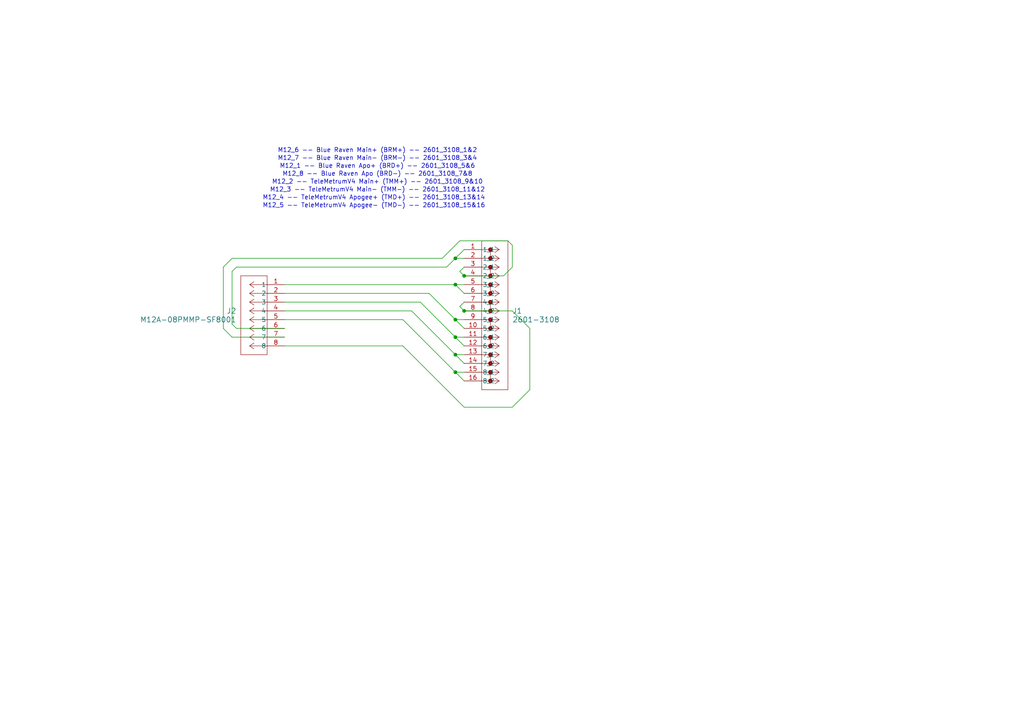
<source format=kicad_sch>
(kicad_sch (version 20250114) (generator "eeschema") (generator_version "9.0")
  (paper "A4")
  (lib_symbols
    (symbol "2025-10-10_20-46-08:M12A-08PMMP-SF8001" (pin_names (offset 0.254))
      (property "Reference" "J" (at 8.89 6.35 0))
      (property "Value" "M12A-08PMMP-SF8001" (at 0 0 0))
      (symbol "M12A-08PMMP-SF8001_1_1"
        (polyline (pts (xy 5.08 2.54) (xy 5.08 -20.32)) (stroke (width 0.127)))
        (polyline (pts (xy 5.08 -20.32) (xy 12.7 -20.32)) (stroke (width 0.127)))
        (polyline (pts (xy 10.16 0) (xy 5.08 0)) (stroke (width 0.127)))
        (polyline (pts (xy 10.16 0) (xy 8.89 0.8467)) (stroke (width 0.127)))
        (polyline (pts (xy 10.16 0) (xy 8.89 -0.8467)) (stroke (width 0.127)))
        (polyline (pts (xy 10.16 -2.54) (xy 5.08 -2.54)) (stroke (width 0.127)))
        (polyline (pts (xy 10.16 -2.54) (xy 8.89 -1.6933)) (stroke (width 0.127)))
        (polyline (pts (xy 10.16 -2.54) (xy 8.89 -3.3867)) (stroke (width 0.127)))
        (polyline (pts (xy 10.16 -5.08) (xy 5.08 -5.08)) (stroke (width 0.127)))
        (polyline (pts (xy 10.16 -5.08) (xy 8.89 -4.2333)) (stroke (width 0.127)))
        (polyline (pts (xy 10.16 -5.08) (xy 8.89 -5.9267)) (stroke (width 0.127)))
        (polyline (pts (xy 10.16 -7.62) (xy 5.08 -7.62)) (stroke (width 0.127)))
        (polyline (pts (xy 10.16 -7.62) (xy 8.89 -6.7733)) (stroke (width 0.127)))
        (polyline (pts (xy 10.16 -7.62) (xy 8.89 -8.4667)) (stroke (width 0.127)))
        (polyline (pts (xy 10.16 -10.16) (xy 5.08 -10.16)) (stroke (width 0.127)))
        (polyline (pts (xy 10.16 -10.16) (xy 8.89 -9.3133)) (stroke (width 0.127)))
        (polyline (pts (xy 10.16 -10.16) (xy 8.89 -11.0067)) (stroke (width 0.127)))
        (polyline (pts (xy 10.16 -12.7) (xy 5.08 -12.7)) (stroke (width 0.127)))
        (polyline (pts (xy 10.16 -12.7) (xy 8.89 -11.8533)) (stroke (width 0.127)))
        (polyline (pts (xy 10.16 -12.7) (xy 8.89 -13.5467)) (stroke (width 0.127)))
        (polyline (pts (xy 10.16 -15.24) (xy 5.08 -15.24)) (stroke (width 0.127)))
        (polyline (pts (xy 10.16 -15.24) (xy 8.89 -14.3933)) (stroke (width 0.127)))
        (polyline (pts (xy 10.16 -15.24) (xy 8.89 -16.0867)) (stroke (width 0.127)))
        (polyline (pts (xy 10.16 -17.78) (xy 5.08 -17.78)) (stroke (width 0.127)))
        (polyline (pts (xy 10.16 -17.78) (xy 8.89 -16.9333)) (stroke (width 0.127)))
        (polyline (pts (xy 10.16 -17.78) (xy 8.89 -18.6267)) (stroke (width 0.127)))
        (polyline (pts (xy 12.7 2.54) (xy 5.08 2.54)) (stroke (width 0.127)))
        (polyline (pts (xy 12.7 -20.32) (xy 12.7 2.54)) (stroke (width 0.127)))
        (pin unspecified line (at 0 0 0) (length 5.08) (name "1") (number "1"))
        (pin unspecified line (at 0 -2.54 0) (length 5.08) (name "2") (number "2"))
        (pin unspecified line (at 0 -5.08 0) (length 5.08) (name "3") (number "3"))
        (pin unspecified line (at 0 -7.62 0) (length 5.08) (name "4") (number "4"))
        (pin unspecified line (at 0 -10.16 0) (length 5.08) (name "5") (number "5"))
        (pin unspecified line (at 0 -12.7 0) (length 5.08) (name "6") (number "6"))
        (pin unspecified line (at 0 -15.24 0) (length 5.08) (name "7") (number "7"))
        (pin unspecified line (at 0 -17.78 0) (length 5.08) (name "8") (number "8"))
      )
      (symbol "M12A-08PMMP-SF8001_1_2"
        (polyline (pts (xy 5.08 2.54) (xy 5.08 -20.32)) (stroke (width 0.127)))
        (polyline (pts (xy 5.08 -20.32) (xy 12.7 -20.32)) (stroke (width 0.127)))
        (polyline (pts (xy 7.62 0) (xy 5.08 0)) (stroke (width 0.127)))
        (polyline (pts (xy 7.62 0) (xy 8.89 0.8467)) (stroke (width 0.127)))
        (polyline (pts (xy 7.62 0) (xy 8.89 -0.8467)) (stroke (width 0.127)))
        (polyline (pts (xy 7.62 -2.54) (xy 5.08 -2.54)) (stroke (width 0.127)))
        (polyline (pts (xy 7.62 -2.54) (xy 8.89 -1.6933)) (stroke (width 0.127)))
        (polyline (pts (xy 7.62 -2.54) (xy 8.89 -3.3867)) (stroke (width 0.127)))
        (polyline (pts (xy 7.62 -5.08) (xy 5.08 -5.08)) (stroke (width 0.127)))
        (polyline (pts (xy 7.62 -5.08) (xy 8.89 -4.2333)) (stroke (width 0.127)))
        (polyline (pts (xy 7.62 -5.08) (xy 8.89 -5.9267)) (stroke (width 0.127)))
        (polyline (pts (xy 7.62 -7.62) (xy 5.08 -7.62)) (stroke (width 0.127)))
        (polyline (pts (xy 7.62 -7.62) (xy 8.89 -6.7733)) (stroke (width 0.127)))
        (polyline (pts (xy 7.62 -7.62) (xy 8.89 -8.4667)) (stroke (width 0.127)))
        (polyline (pts (xy 7.62 -10.16) (xy 5.08 -10.16)) (stroke (width 0.127)))
        (polyline (pts (xy 7.62 -10.16) (xy 8.89 -9.3133)) (stroke (width 0.127)))
        (polyline (pts (xy 7.62 -10.16) (xy 8.89 -11.0067)) (stroke (width 0.127)))
        (polyline (pts (xy 7.62 -12.7) (xy 5.08 -12.7)) (stroke (width 0.127)))
        (polyline (pts (xy 7.62 -12.7) (xy 8.89 -11.8533)) (stroke (width 0.127)))
        (polyline (pts (xy 7.62 -12.7) (xy 8.89 -13.5467)) (stroke (width 0.127)))
        (polyline (pts (xy 7.62 -15.24) (xy 5.08 -15.24)) (stroke (width 0.127)))
        (polyline (pts (xy 7.62 -15.24) (xy 8.89 -14.3933)) (stroke (width 0.127)))
        (polyline (pts (xy 7.62 -15.24) (xy 8.89 -16.0867)) (stroke (width 0.127)))
        (polyline (pts (xy 7.62 -17.78) (xy 5.08 -17.78)) (stroke (width 0.127)))
        (polyline (pts (xy 7.62 -17.78) (xy 8.89 -16.9333)) (stroke (width 0.127)))
        (polyline (pts (xy 7.62 -17.78) (xy 8.89 -18.6267)) (stroke (width 0.127)))
        (polyline (pts (xy 12.7 2.54) (xy 5.08 2.54)) (stroke (width 0.127)))
        (polyline (pts (xy 12.7 -20.32) (xy 12.7 2.54)) (stroke (width 0.127)))
        (pin unspecified line (at 0 0 0) (length 5.08) (name "1") (number "1"))
        (pin unspecified line (at 0 -2.54 0) (length 5.08) (name "2") (number "2"))
        (pin unspecified line (at 0 -5.08 0) (length 5.08) (name "3") (number "3"))
        (pin unspecified line (at 0 -7.62 0) (length 5.08) (name "4") (number "4"))
        (pin unspecified line (at 0 -10.16 0) (length 5.08) (name "5") (number "5"))
        (pin unspecified line (at 0 -12.7 0) (length 5.08) (name "6") (number "6"))
        (pin unspecified line (at 0 -15.24 0) (length 5.08) (name "7") (number "7"))
        (pin unspecified line (at 0 -17.78 0) (length 5.08) (name "8") (number "8"))
      )
    )
    (symbol "2025-10-10_20-57-26:2601-3108" (pin_names (offset 0.254))
      (property "Reference" "J" (at 8.89 6.35 0))
      (property "Value" "2601-3108" (at 0 0 0))
      (symbol "2601-3108_1_1"
        (polyline (pts (xy 5.08 2.54) (xy 5.08 -40.64)) (stroke (width 0.127)))
        (polyline (pts (xy 5.08 -40.64) (xy 12.7 -40.64)) (stroke (width 0.127)))
        (polyline (pts (xy 7.62 0) (xy 7.62 -2.54)) (stroke (width 0.127)))
        (circle (center 7.62 0) (radius 0.127) (stroke (width 0.508)))
        (circle (center 7.62 -2.54) (radius 0.127) (stroke (width 0.508)))
        (polyline (pts (xy 7.62 -5.08) (xy 7.62 -7.62)) (stroke (width 0.127)))
        (circle (center 7.62 -5.08) (radius 0.127) (stroke (width 0.508)))
        (circle (center 7.62 -7.62) (radius 0.127) (stroke (width 0.508)))
        (polyline (pts (xy 7.62 -10.16) (xy 7.62 -12.7)) (stroke (width 0.127)))
        (circle (center 7.62 -10.16) (radius 0.127) (stroke (width 0.508)))
        (circle (center 7.62 -12.7) (radius 0.127) (stroke (width 0.508)))
        (polyline (pts (xy 7.62 -15.24) (xy 7.62 -17.78)) (stroke (width 0.127)))
        (circle (center 7.62 -15.24) (radius 0.127) (stroke (width 0.508)))
        (circle (center 7.62 -17.78) (radius 0.127) (stroke (width 0.508)))
        (polyline (pts (xy 7.62 -20.32) (xy 7.62 -22.86)) (stroke (width 0.127)))
        (circle (center 7.62 -20.32) (radius 0.127) (stroke (width 0.508)))
        (circle (center 7.62 -22.86) (radius 0.127) (stroke (width 0.508)))
        (polyline (pts (xy 7.62 -25.4) (xy 7.62 -27.94)) (stroke (width 0.127)))
        (circle (center 7.62 -25.4) (radius 0.127) (stroke (width 0.508)))
        (circle (center 7.62 -27.94) (radius 0.127) (stroke (width 0.508)))
        (polyline (pts (xy 7.62 -30.48) (xy 7.62 -33.02)) (stroke (width 0.127)))
        (circle (center 7.62 -30.48) (radius 0.127) (stroke (width 0.508)))
        (circle (center 7.62 -33.02) (radius 0.127) (stroke (width 0.508)))
        (polyline (pts (xy 7.62 -35.56) (xy 7.62 -38.1)) (stroke (width 0.127)))
        (circle (center 7.62 -35.56) (radius 0.127) (stroke (width 0.508)))
        (circle (center 7.62 -38.1) (radius 0.127) (stroke (width 0.508)))
        (polyline (pts (xy 10.16 0) (xy 5.08 0)) (stroke (width 0.127)))
        (polyline (pts (xy 10.16 0) (xy 8.89 0.8467)) (stroke (width 0.127)))
        (polyline (pts (xy 10.16 0) (xy 8.89 -0.8467)) (stroke (width 0.127)))
        (polyline (pts (xy 10.16 -2.54) (xy 5.08 -2.54)) (stroke (width 0.127)))
        (polyline (pts (xy 10.16 -2.54) (xy 8.89 -1.6933)) (stroke (width 0.127)))
        (polyline (pts (xy 10.16 -2.54) (xy 8.89 -3.3867)) (stroke (width 0.127)))
        (polyline (pts (xy 10.16 -5.08) (xy 5.08 -5.08)) (stroke (width 0.127)))
        (polyline (pts (xy 10.16 -5.08) (xy 8.89 -4.2333)) (stroke (width 0.127)))
        (polyline (pts (xy 10.16 -5.08) (xy 8.89 -5.9267)) (stroke (width 0.127)))
        (polyline (pts (xy 10.16 -7.62) (xy 5.08 -7.62)) (stroke (width 0.127)))
        (polyline (pts (xy 10.16 -7.62) (xy 8.89 -6.7733)) (stroke (width 0.127)))
        (polyline (pts (xy 10.16 -7.62) (xy 8.89 -8.4667)) (stroke (width 0.127)))
        (polyline (pts (xy 10.16 -10.16) (xy 5.08 -10.16)) (stroke (width 0.127)))
        (polyline (pts (xy 10.16 -10.16) (xy 8.89 -9.3133)) (stroke (width 0.127)))
        (polyline (pts (xy 10.16 -10.16) (xy 8.89 -11.0067)) (stroke (width 0.127)))
        (polyline (pts (xy 10.16 -12.7) (xy 5.08 -12.7)) (stroke (width 0.127)))
        (polyline (pts (xy 10.16 -12.7) (xy 8.89 -11.8533)) (stroke (width 0.127)))
        (polyline (pts (xy 10.16 -12.7) (xy 8.89 -13.5467)) (stroke (width 0.127)))
        (polyline (pts (xy 10.16 -15.24) (xy 5.08 -15.24)) (stroke (width 0.127)))
        (polyline (pts (xy 10.16 -15.24) (xy 8.89 -14.3933)) (stroke (width 0.127)))
        (polyline (pts (xy 10.16 -15.24) (xy 8.89 -16.0867)) (stroke (width 0.127)))
        (polyline (pts (xy 10.16 -17.78) (xy 5.08 -17.78)) (stroke (width 0.127)))
        (polyline (pts (xy 10.16 -17.78) (xy 8.89 -16.9333)) (stroke (width 0.127)))
        (polyline (pts (xy 10.16 -17.78) (xy 8.89 -18.6267)) (stroke (width 0.127)))
        (polyline (pts (xy 10.16 -20.32) (xy 5.08 -20.32)) (stroke (width 0.127)))
        (polyline (pts (xy 10.16 -20.32) (xy 8.89 -19.4733)) (stroke (width 0.127)))
        (polyline (pts (xy 10.16 -20.32) (xy 8.89 -21.1667)) (stroke (width 0.127)))
        (polyline (pts (xy 10.16 -22.86) (xy 5.08 -22.86)) (stroke (width 0.127)))
        (polyline (pts (xy 10.16 -22.86) (xy 8.89 -22.0133)) (stroke (width 0.127)))
        (polyline (pts (xy 10.16 -22.86) (xy 8.89 -23.7067)) (stroke (width 0.127)))
        (polyline (pts (xy 10.16 -25.4) (xy 5.08 -25.4)) (stroke (width 0.127)))
        (polyline (pts (xy 10.16 -25.4) (xy 8.89 -24.5533)) (stroke (width 0.127)))
        (polyline (pts (xy 10.16 -25.4) (xy 8.89 -26.2467)) (stroke (width 0.127)))
        (polyline (pts (xy 10.16 -27.94) (xy 5.08 -27.94)) (stroke (width 0.127)))
        (polyline (pts (xy 10.16 -27.94) (xy 8.89 -27.0933)) (stroke (width 0.127)))
        (polyline (pts (xy 10.16 -27.94) (xy 8.89 -28.7867)) (stroke (width 0.127)))
        (polyline (pts (xy 10.16 -30.48) (xy 5.08 -30.48)) (stroke (width 0.127)))
        (polyline (pts (xy 10.16 -30.48) (xy 8.89 -29.6333)) (stroke (width 0.127)))
        (polyline (pts (xy 10.16 -30.48) (xy 8.89 -31.3267)) (stroke (width 0.127)))
        (polyline (pts (xy 10.16 -33.02) (xy 5.08 -33.02)) (stroke (width 0.127)))
        (polyline (pts (xy 10.16 -33.02) (xy 8.89 -32.1733)) (stroke (width 0.127)))
        (polyline (pts (xy 10.16 -33.02) (xy 8.89 -33.8667)) (stroke (width 0.127)))
        (polyline (pts (xy 10.16 -35.56) (xy 5.08 -35.56)) (stroke (width 0.127)))
        (polyline (pts (xy 10.16 -35.56) (xy 8.89 -34.7133)) (stroke (width 0.127)))
        (polyline (pts (xy 10.16 -35.56) (xy 8.89 -36.4067)) (stroke (width 0.127)))
        (polyline (pts (xy 10.16 -38.1) (xy 5.08 -38.1)) (stroke (width 0.127)))
        (polyline (pts (xy 10.16 -38.1) (xy 8.89 -37.2533)) (stroke (width 0.127)))
        (polyline (pts (xy 10.16 -38.1) (xy 8.89 -38.9467)) (stroke (width 0.127)))
        (polyline (pts (xy 12.7 2.54) (xy 5.08 2.54)) (stroke (width 0.127)))
        (polyline (pts (xy 12.7 -40.64) (xy 12.7 2.54)) (stroke (width 0.127)))
        (pin unspecified line (at 0 0 0) (length 5.08) (name "1_1") (number "1"))
        (pin unspecified line (at 0 -2.54 0) (length 5.08) (name "1_2") (number "2"))
        (pin unspecified line (at 0 -5.08 0) (length 5.08) (name "2_1") (number "3"))
        (pin unspecified line (at 0 -7.62 0) (length 5.08) (name "2_2") (number "4"))
        (pin unspecified line (at 0 -10.16 0) (length 5.08) (name "3_1") (number "5"))
        (pin unspecified line (at 0 -12.7 0) (length 5.08) (name "3_2") (number "6"))
        (pin unspecified line (at 0 -15.24 0) (length 5.08) (name "4_1") (number "7"))
        (pin unspecified line (at 0 -17.78 0) (length 5.08) (name "4_2") (number "8"))
        (pin unspecified line (at 0 -20.32 0) (length 5.08) (name "5_1") (number "9"))
        (pin unspecified line (at 0 -22.86 0) (length 5.08) (name "5_2") (number "10"))
        (pin unspecified line (at 0 -25.4 0) (length 5.08) (name "6_1") (number "11"))
        (pin unspecified line (at 0 -27.94 0) (length 5.08) (name "6_2") (number "12"))
        (pin unspecified line (at 0 -30.48 0) (length 5.08) (name "7_1") (number "13"))
        (pin unspecified line (at 0 -33.02 0) (length 5.08) (name "7_2") (number "14"))
        (pin unspecified line (at 0 -35.56 0) (length 5.08) (name "8_1") (number "15"))
        (pin unspecified line (at 0 -38.1 0) (length 5.08) (name "8_2") (number "16"))
      )
      (symbol "2601-3108_1_2"
        (polyline (pts (xy 5.08 2.54) (xy 5.08 -40.64)) (stroke (width 0.127)))
        (polyline (pts (xy 5.08 -40.64) (xy 12.7 -40.64)) (stroke (width 0.127)))
        (polyline (pts (xy 7.62 0) (xy 7.62 -2.54)) (stroke (width 0.127)))
        (circle (center 7.62 0) (radius 0.127) (stroke (width 0.508)))
        (circle (center 7.62 -2.54) (radius 0.127) (stroke (width 0.508)))
        (polyline (pts (xy 7.62 -5.08) (xy 7.62 -7.62)) (stroke (width 0.127)))
        (circle (center 7.62 -5.08) (radius 0.127) (stroke (width 0.508)))
        (circle (center 7.62 -7.62) (radius 0.127) (stroke (width 0.508)))
        (polyline (pts (xy 7.62 -10.16) (xy 7.62 -12.7)) (stroke (width 0.127)))
        (circle (center 7.62 -10.16) (radius 0.127) (stroke (width 0.508)))
        (circle (center 7.62 -12.7) (radius 0.127) (stroke (width 0.508)))
        (polyline (pts (xy 7.62 -15.24) (xy 7.62 -17.78)) (stroke (width 0.127)))
        (circle (center 7.62 -15.24) (radius 0.127) (stroke (width 0.508)))
        (circle (center 7.62 -17.78) (radius 0.127) (stroke (width 0.508)))
        (polyline (pts (xy 7.62 -20.32) (xy 7.62 -22.86)) (stroke (width 0.127)))
        (circle (center 7.62 -20.32) (radius 0.127) (stroke (width 0.508)))
        (circle (center 7.62 -22.86) (radius 0.127) (stroke (width 0.508)))
        (polyline (pts (xy 7.62 -25.4) (xy 7.62 -27.94)) (stroke (width 0.127)))
        (circle (center 7.62 -25.4) (radius 0.127) (stroke (width 0.508)))
        (circle (center 7.62 -27.94) (radius 0.127) (stroke (width 0.508)))
        (polyline (pts (xy 7.62 -30.48) (xy 7.62 -33.02)) (stroke (width 0.127)))
        (circle (center 7.62 -30.48) (radius 0.127) (stroke (width 0.508)))
        (circle (center 7.62 -33.02) (radius 0.127) (stroke (width 0.508)))
        (polyline (pts (xy 7.62 -35.56) (xy 7.62 -38.1)) (stroke (width 0.127)))
        (circle (center 7.62 -35.56) (radius 0.127) (stroke (width 0.508)))
        (circle (center 7.62 -38.1) (radius 0.127) (stroke (width 0.508)))
        (polyline (pts (xy 10.16 0) (xy 5.08 0)) (stroke (width 0.127)))
        (polyline (pts (xy 10.16 0) (xy 8.89 0.8467)) (stroke (width 0.127)))
        (polyline (pts (xy 10.16 0) (xy 8.89 -0.8467)) (stroke (width 0.127)))
        (polyline (pts (xy 10.16 -2.54) (xy 5.08 -2.54)) (stroke (width 0.127)))
        (polyline (pts (xy 10.16 -2.54) (xy 8.89 -1.6933)) (stroke (width 0.127)))
        (polyline (pts (xy 10.16 -2.54) (xy 8.89 -3.3867)) (stroke (width 0.127)))
        (polyline (pts (xy 10.16 -5.08) (xy 5.08 -5.08)) (stroke (width 0.127)))
        (polyline (pts (xy 10.16 -5.08) (xy 8.89 -4.2333)) (stroke (width 0.127)))
        (polyline (pts (xy 10.16 -5.08) (xy 8.89 -5.9267)) (stroke (width 0.127)))
        (polyline (pts (xy 10.16 -7.62) (xy 5.08 -7.62)) (stroke (width 0.127)))
        (polyline (pts (xy 10.16 -7.62) (xy 8.89 -6.7733)) (stroke (width 0.127)))
        (polyline (pts (xy 10.16 -7.62) (xy 8.89 -8.4667)) (stroke (width 0.127)))
        (polyline (pts (xy 10.16 -10.16) (xy 5.08 -10.16)) (stroke (width 0.127)))
        (polyline (pts (xy 10.16 -10.16) (xy 8.89 -9.3133)) (stroke (width 0.127)))
        (polyline (pts (xy 10.16 -10.16) (xy 8.89 -11.0067)) (stroke (width 0.127)))
        (polyline (pts (xy 10.16 -12.7) (xy 5.08 -12.7)) (stroke (width 0.127)))
        (polyline (pts (xy 10.16 -12.7) (xy 8.89 -11.8533)) (stroke (width 0.127)))
        (polyline (pts (xy 10.16 -12.7) (xy 8.89 -13.5467)) (stroke (width 0.127)))
        (polyline (pts (xy 10.16 -15.24) (xy 5.08 -15.24)) (stroke (width 0.127)))
        (polyline (pts (xy 10.16 -15.24) (xy 8.89 -14.3933)) (stroke (width 0.127)))
        (polyline (pts (xy 10.16 -15.24) (xy 8.89 -16.0867)) (stroke (width 0.127)))
        (polyline (pts (xy 10.16 -17.78) (xy 5.08 -17.78)) (stroke (width 0.127)))
        (polyline (pts (xy 10.16 -17.78) (xy 8.89 -16.9333)) (stroke (width 0.127)))
        (polyline (pts (xy 10.16 -17.78) (xy 8.89 -18.6267)) (stroke (width 0.127)))
        (polyline (pts (xy 10.16 -20.32) (xy 5.08 -20.32)) (stroke (width 0.127)))
        (polyline (pts (xy 10.16 -20.32) (xy 8.89 -19.4733)) (stroke (width 0.127)))
        (polyline (pts (xy 10.16 -20.32) (xy 8.89 -21.1667)) (stroke (width 0.127)))
        (polyline (pts (xy 10.16 -22.86) (xy 5.08 -22.86)) (stroke (width 0.127)))
        (polyline (pts (xy 10.16 -22.86) (xy 8.89 -22.0133)) (stroke (width 0.127)))
        (polyline (pts (xy 10.16 -22.86) (xy 8.89 -23.7067)) (stroke (width 0.127)))
        (polyline (pts (xy 10.16 -25.4) (xy 5.08 -25.4)) (stroke (width 0.127)))
        (polyline (pts (xy 10.16 -25.4) (xy 8.89 -24.5533)) (stroke (width 0.127)))
        (polyline (pts (xy 10.16 -25.4) (xy 8.89 -26.2467)) (stroke (width 0.127)))
        (polyline (pts (xy 10.16 -27.94) (xy 5.08 -27.94)) (stroke (width 0.127)))
        (polyline (pts (xy 10.16 -27.94) (xy 8.89 -27.0933)) (stroke (width 0.127)))
        (polyline (pts (xy 10.16 -27.94) (xy 8.89 -28.7867)) (stroke (width 0.127)))
        (polyline (pts (xy 10.16 -30.48) (xy 5.08 -30.48)) (stroke (width 0.127)))
        (polyline (pts (xy 10.16 -30.48) (xy 8.89 -29.6333)) (stroke (width 0.127)))
        (polyline (pts (xy 10.16 -30.48) (xy 8.89 -31.3267)) (stroke (width 0.127)))
        (polyline (pts (xy 10.16 -33.02) (xy 5.08 -33.02)) (stroke (width 0.127)))
        (polyline (pts (xy 10.16 -33.02) (xy 8.89 -32.1733)) (stroke (width 0.127)))
        (polyline (pts (xy 10.16 -33.02) (xy 8.89 -33.8667)) (stroke (width 0.127)))
        (polyline (pts (xy 10.16 -35.56) (xy 5.08 -35.56)) (stroke (width 0.127)))
        (polyline (pts (xy 10.16 -35.56) (xy 8.89 -34.7133)) (stroke (width 0.127)))
        (polyline (pts (xy 10.16 -35.56) (xy 8.89 -36.4067)) (stroke (width 0.127)))
        (polyline (pts (xy 10.16 -38.1) (xy 5.08 -38.1)) (stroke (width 0.127)))
        (polyline (pts (xy 10.16 -38.1) (xy 8.89 -37.2533)) (stroke (width 0.127)))
        (polyline (pts (xy 10.16 -38.1) (xy 8.89 -38.9467)) (stroke (width 0.127)))
        (polyline (pts (xy 12.7 2.54) (xy 5.08 2.54)) (stroke (width 0.127)))
        (polyline (pts (xy 12.7 -40.64) (xy 12.7 2.54)) (stroke (width 0.127)))
        (pin unspecified line (at 0 0 0) (length 5.08) (name "1_1") (number "1"))
        (pin unspecified line (at 0 -2.54 0) (length 5.08) (name "1_2") (number "2"))
        (pin unspecified line (at 0 -5.08 0) (length 5.08) (name "2_1") (number "3"))
        (pin unspecified line (at 0 -7.62 0) (length 5.08) (name "2_2") (number "4"))
        (pin unspecified line (at 0 -10.16 0) (length 5.08) (name "3_1") (number "5"))
        (pin unspecified line (at 0 -12.7 0) (length 5.08) (name "3_2") (number "6"))
        (pin unspecified line (at 0 -15.24 0) (length 5.08) (name "4_1") (number "7"))
        (pin unspecified line (at 0 -17.78 0) (length 5.08) (name "4_2") (number "8"))
        (pin unspecified line (at 0 -20.32 0) (length 5.08) (name "5_1") (number "9"))
        (pin unspecified line (at 0 -22.86 0) (length 5.08) (name "5_2") (number "10"))
        (pin unspecified line (at 0 -25.4 0) (length 5.08) (name "6_1") (number "11"))
        (pin unspecified line (at 0 -27.94 0) (length 5.08) (name "6_2") (number "12"))
        (pin unspecified line (at 0 -30.48 0) (length 5.08) (name "7_1") (number "13"))
        (pin unspecified line (at 0 -33.02 0) (length 5.08) (name "7_2") (number "14"))
        (pin unspecified line (at 0 -35.56 0) (length 5.08) (name "8_1") (number "15"))
        (pin unspecified line (at 0 -38.1 0) (length 5.08) (name "8_2") (number "16"))
      )
    )
  )
  (text "M12_8 -- Blue Raven Apo (BRD-) -- 2601_3108_7&8" (at 109.474 50.546 0) (effects (font (size 1.27 1.27))))
  (text "M12_7 -- Blue Raven Main- (BRM-) -- 2601_3108_3&4\n" (at 109.474 45.974 0) (effects (font (size 1.27 1.27))))
  (text "M12_6 -- Blue Raven Main+ (BRM+) -- 2601_3108_1&2" (at 109.474 43.688 0) (effects (font (size 1.27 1.27))))
  (text "M12_3 -- TeleMetrumV4 Main- (TMM-) -- 2601_3108_11&12" (at 109.474 55.118 0) (effects (font (size 1.27 1.27))))
  (text "M12_5 -- TeleMetrumV4 Apogee- (TMD-) -- 2601_3108_15&16" (at 108.458 59.69 0) (effects (font (size 1.27 1.27))))
  (text "M12_1 -- Blue Raven Apo+ (BRD+) -- 2601_3108_5&6" (at 109.474 48.26 0) (effects (font (size 1.27 1.27))))
  (text "M12_2 -- TeleMetrumV4 Main+ (TMM+) -- 2601_3108_9&10" (at 109.474 52.832 0) (effects (font (size 1.27 1.27))))
  (text "M12_4 -- TeleMetrumV4 Apogee+ (TMD+) -- 2601_3108_13&14" (at 108.458 57.404 0) (effects (font (size 1.27 1.27))))
  (junction (at 132.08 82.55))
  (junction (at 132.08 102.87))
  (junction (at 132.08 74.93))
  (junction (at 134.62 80.01))
  (junction (at 132.08 92.71))
  (junction (at 134.62 90.17))
  (junction (at 132.08 97.79))
  (junction (at 132.08 107.95))
  (wire (pts (xy 129.54 77.47) (xy 132.08 74.93)))
  (wire (pts (xy 148.59 71.12) (xy 148.59 77.47)))
  (wire (pts (xy 134.62 80.01) (xy 146.05 80.01)))
  (wire (pts (xy 128.27 74.93) (xy 133.35 69.85)))
  (wire (pts (xy 82.55 97.79) (xy 67.31 97.79)))
  (wire (pts (xy 134.62 95.25) (xy 132.08 92.71)))
  (wire (pts (xy 132.08 82.55) (xy 134.62 82.55)))
  (wire (pts (xy 132.08 92.71) (xy 134.62 92.71)))
  (wire (pts (xy 82.55 87.63) (xy 121.92 87.63)))
  (wire (pts (xy 132.08 97.79) (xy 134.62 100.33)))
  (wire (pts (xy 153.67 113.03) (xy 153.67 95.25)))
  (wire (pts (xy 134.62 90.17) (xy 148.59 90.17)))
  (wire (pts (xy 68.58 77.47) (xy 129.54 77.47)))
  (wire (pts (xy 82.55 95.25) (xy 68.58 95.25)))
  (wire (pts (xy 147.32 69.85) (xy 148.59 71.12)))
  (wire (pts (xy 68.58 95.25) (xy 67.31 93.98)))
  (wire (pts (xy 132.08 107.95) (xy 134.62 107.95)))
  (wire (pts (xy 82.55 90.17) (xy 119.38 90.17)))
  (wire (pts (xy 133.35 78.74) (xy 134.62 80.01)))
  (wire (pts (xy 82.55 92.71) (xy 116.84 92.71)))
  (wire (pts (xy 124.46 85.09) (xy 132.08 92.71)))
  (wire (pts (xy 133.35 78.74) (xy 134.62 77.47)))
  (wire (pts (xy 67.31 97.79) (xy 64.77 95.25)))
  (wire (pts (xy 134.62 118.11) (xy 148.59 118.11)))
  (wire (pts (xy 132.08 107.95) (xy 134.62 110.49)))
  (wire (pts (xy 82.55 100.33) (xy 116.84 100.33)))
  (wire (pts (xy 67.31 78.74) (xy 68.58 77.47)))
  (wire (pts (xy 133.35 88.9) (xy 134.62 87.63)))
  (wire (pts (xy 132.08 102.87) (xy 134.62 102.87)))
  (wire (pts (xy 132.08 102.87) (xy 134.62 105.41)))
  (wire (pts (xy 64.77 77.47) (xy 67.31 74.93)))
  (wire (pts (xy 132.08 74.93) (xy 134.62 72.39)))
  (wire (pts (xy 82.55 85.09) (xy 124.46 85.09)))
  (wire (pts (xy 82.55 82.55) (xy 132.08 82.55)))
  (wire (pts (xy 134.62 85.09) (xy 132.08 82.55)))
  (wire (pts (xy 116.84 92.71) (xy 132.08 107.95)))
  (wire (pts (xy 148.59 118.11) (xy 153.67 113.03)))
  (wire (pts (xy 153.67 95.25) (xy 148.59 90.17)))
  (wire (pts (xy 148.59 77.47) (xy 146.05 80.01)))
  (wire (pts (xy 67.31 74.93) (xy 128.27 74.93)))
  (wire (pts (xy 67.31 93.98) (xy 67.31 78.74)))
  (wire (pts (xy 133.35 69.85) (xy 147.32 69.85)))
  (wire (pts (xy 132.08 97.79) (xy 134.62 97.79)))
  (wire (pts (xy 132.08 74.93) (xy 134.62 74.93)))
  (wire (pts (xy 121.92 87.63) (xy 132.08 97.79)))
  (wire (pts (xy 64.77 95.25) (xy 64.77 77.47)))
  (wire (pts (xy 119.38 90.17) (xy 132.08 102.87)))
  (wire (pts (xy 116.84 100.33) (xy 134.62 118.11)))
  (wire (pts (xy 133.35 88.9) (xy 134.62 90.17)))
  (symbol (lib_id "2025-10-10_20-46-08:M12A-08PMMP-SF8001") (at 82.55 82.55 0) (mirror y) (unit 1)
    (property "Reference" "J2" (at 68.58 90.1699 0) (effects (font (size 1.524 1.524)) (justify left)))
    (property "Value" "M12A-08PMMP-SF8001" (at 68.58 92.7099 0) (effects (font (size 1.524 1.524)) (justify left)))
    (property "Footprint" "Upper_Bulkhead_Connections:CONN_M12A-08PMMP-SF8001_AMP" (effects (hide yes)))
    (property "Datasheet" "M12A-08PMMP-SF8001" (effects (hide yes)))
  )
  (symbol (lib_id "2025-10-10_20-57-26:2601-3108") (at 134.62 72.39 0) (unit 1)
    (property "Reference" "J1" (at 148.59 90.1699 0) (effects (font (size 1.524 1.524)) (justify left)))
    (property "Value" "2601-3108" (at 148.59 92.7099 0) (effects (font (size 1.524 1.524)) (justify left)))
    (property "Footprint" "Upper_Bulkhead_Connections:CONN8_2601-3108_WAG" (effects (hide yes)))
    (property "Datasheet" "2601-3108" (effects (hide yes)))
  )
)
</source>
